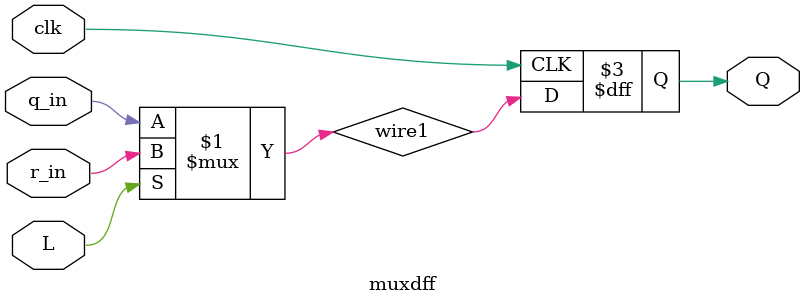
<source format=v>
module top_module (
	input [2:0] SW,
	input [1:0] KEY,
	output [2:0] LEDR
);
    wire Q0,Q1,Q2,temp;
    assign temp = Q1 ^ Q2;
    assign LEDR = {Q2,Q1,Q0};

    muxdff dff0 (.clk(KEY[0]), .L(KEY[1]), .r_in(SW[0]), .q_in(Q2), .Q(Q0));
    muxdff dff1 (.clk(KEY[0]), .L(KEY[1]), .r_in(SW[1]), .q_in(Q0), .Q(Q1));
    muxdff dff2 (.clk(KEY[0]), .L(KEY[1]), .r_in(SW[2]), .q_in(temp), .Q(Q2));

endmodule

module muxdff (
	input clk,
	input L,
	input r_in,
	input q_in,
	output reg Q
);
    wire wire1;

    assign wire1 = L ? r_in : q_in;

    always @(posedge clk) begin
        Q <= wire1;
    end

endmodule

</source>
